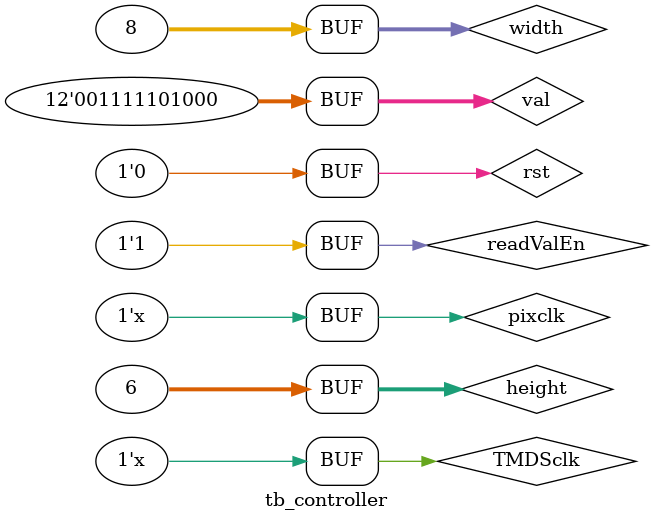
<source format=v>
`timescale 1ns / 1ps

module tb_controller;

// ===========================================================================
// clk/rst generation
// ===========================================================================

// clock period in nanoseconds
`define CLK_PERIOD 8

reg TMDSclk;
reg pixclk;
reg rst;

always #(`CLK_PERIOD/2) TMDSclk = ~TMDSclk;
always #(10*`CLK_PERIOD/2) pixclk = ~pixclk;

initial begin
    TMDSclk <= 1;
    pixclk <= 1;
    rst <= 1;
    
    #(`CLK_PERIOD*2) rst <= 0;
end

// ===========================================================================
// input/outputs
// ===========================================================================
parameter ADDR_WIDTH = 19;  // log(width*height)/ log(2)
parameter VAL_RES = 12;     // val resolution

// inputs
reg [VAL_RES-1:0] val;
reg readValEn;

reg [31:0] width;
reg [31:0] height;
wire RD0;
wire RD1;

// outputs
wire VDEn;
wire hSync;
wire vSync;
wire [23:0] pixel;

wire WE0;
wire [(ADDR_WIDTH-1):0] addrB0;
wire WE1;
wire [(ADDR_WIDTH-1):0] addrB1;
wire WD;

wire[1:0] state;
wire[(ADDR_WIDTH-1):0] counter;
wire[9:0] col;

wire [(ADDR_WIDTH-1):0] addrWR;
wire [(ADDR_WIDTH-1):0] addrRD;
wire addrSel;

wire [VAL_RES:0] valAverage;
wire [9:0] valIndex;
 
wire pixSel;
wire vSync_up;
wire [9:0] counterX;
wire [9:0] counterY;
wire frame_written;

// ===========================================================================
// 
// ===========================================================================
// always @(negedge frame_written or posedge rst) begin
// 	if(rst) begin
// 		val <= 0;
// 	end
// 	else begin
// 		val <= val + 1;
// 	end		
// end

initial begin
	// width <= 640;
	// height <= 480;
	width <= 8;
	height <= 6;

	// RD0 <= 0;
	// RD1 <= 0;

	// val <= 0; 	// row = 4
	val <= 1000; // row = 3
	// val <= 2000; // row = 2
	// val <= 3000; // row = 1
	// val <= 4000; // row = 0

	readValEn <= 1;
end

// ===========================================================================
// dut
// ===========================================================================

hdmiController #(
	.ADDR_WIDTH(ADDR_WIDTH),  // log(width*height)/ log(2)
	.VAL_RES(VAL_RES),     // val resolution

	.OFFSCREEN_MAX_X(10),
	.OFFSCREEN_MAX_Y(8),

	.HFP(0),
	.HS(2),

	.VFP(0),
	.VS(2)
)dut(
	TMDSclk,
	pixclk,
	rst,

	val,
	readValEn,
	width,
	height,
	RD0,
	RD1,

	// outputs
	VDEn,
	hSync,
	vSync,
	pixel,

	WE0,
	addrB0,
	WE1,
	addrB1,
	WD,

	state,
	counter,
	counterX,
	counterY,
	col,

	addrWR,
	addrRD,
	addrSel,
	 
	valAverage,
	valIndex,
	pixSel,
	frame_written
);

endmodule

</source>
